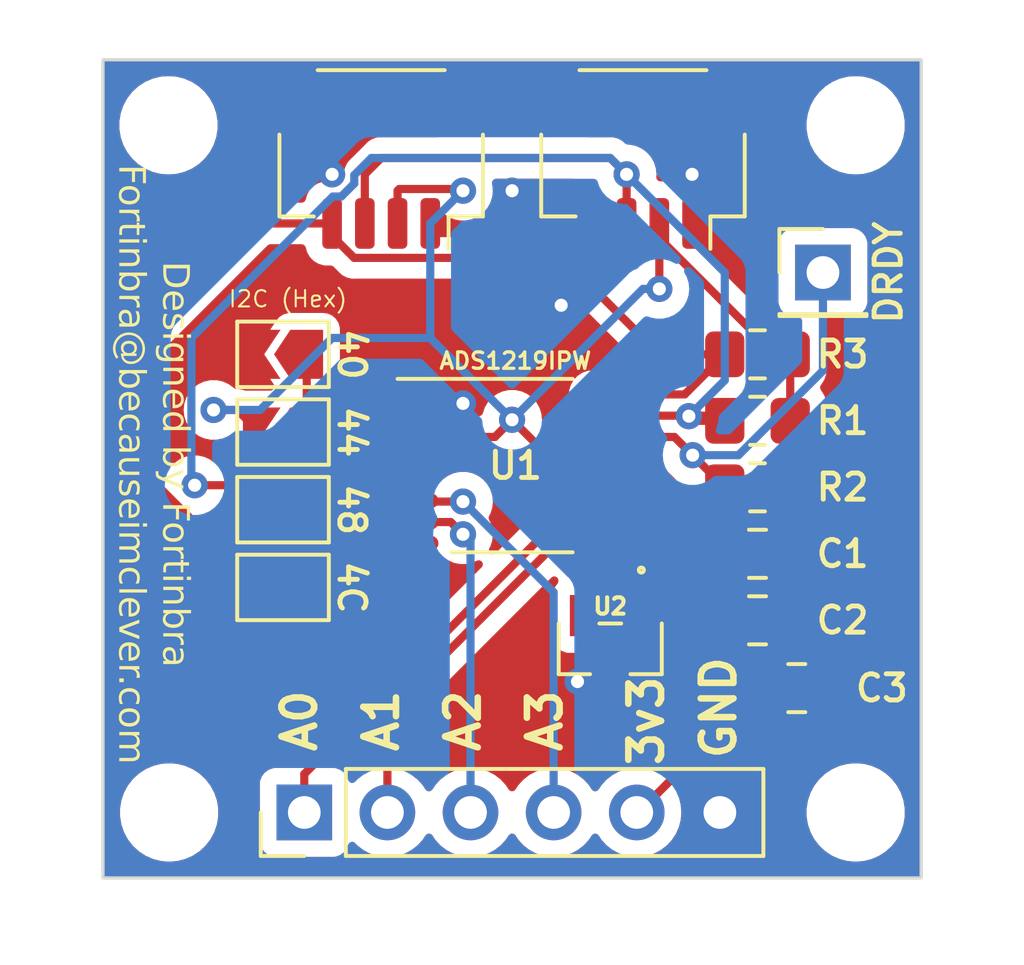
<source format=kicad_pcb>
(kicad_pcb (version 20221018) (generator pcbnew)
  (title_block (title "ADS1219 Breakout") (date "2022-07-17") (rev "4") (company "BecauseImClever.com"))
  (layers (0 "F.Cu" signal) (31 "B.Cu" signal) (34 "B.Paste" user) (35 "F.Paste" user) (36 "B.SilkS" user "B.Silkscreen") (37 "F.SilkS" user "F.Silkscreen") (38 "B.Mask" user) (39 "F.Mask" user) (44 "Edge.Cuts" user))
  (net 0 "")
  (net 1 "GND")
  (net 2 "+3.3V")
  (net 3 "/SDA")
  (net 4 "/SCL")
  (net 5 "/AIN0")
  (net 6 "/AIN1")
  (net 7 "/AIN2")
  (net 8 "/AIN3")
  (net 9 "Net-(J4-Pin_1)")
  (net 10 "Net-(U1-REFP)")
  (net 11 "/A1")
  (footprint "NCP51460SN33T1G:NCP51460SN33T1G" (layer "F.Cu") (at 173.5 92 180)
    (fp_text reference "U2" (at 0 1.3) (layer "F.SilkS") (effects (font (size 0.5 0.5) (thickness 0.125) bold)))
    (fp_text value "NCP51460SN33T1G" hide)
    (fp_line (start -1.5748 -0.7747) (end -1.5748 0.7747) (stroke (width 0.12)) (layer "F.SilkS"))
    (fp_line (start -0.61674 -0.7747) (end -1.5748 -0.7747) (stroke (width 0.12)) (layer "F.SilkS"))
    (fp_line (start -0.33322 0.7747) (end 0.33322 0.7747) (stroke (width 0.12)) (layer "F.SilkS"))
    (fp_line (start 1.5748 -0.7747) (end 0.61674 -0.7747) (stroke (width 0.12)) (layer "F.SilkS"))
    (fp_line (start 1.5748 0.7747) (end 1.5748 -0.7747) (stroke (width 0.12)) (layer "F.SilkS"))
    (fp_circle (center -0.94996 2.407399) (end -0.87376 2.407399) (stroke (width 0.12)) (fill none) (layer "F.SilkS"))
    (pad "1" smd rect (at -0.94996 1.016 180) (size 0.568 1.258799) (layers "F.Cu" "F.Paste" "F.Mask") (net 2 "+3.3V"))
    (pad "2" smd rect (at 0.94996 1.016 180) (size 0.568 1.258799) (layers "F.Cu" "F.Paste" "F.Mask") (net 10 "Net-(U1-REFP)"))
    (pad "3" smd rect (at 0 -1.016 180) (size 0.568 1.258799) (layers "F.Cu" "F.Paste" "F.Mask") (net 1 "GND"))
  )
  (footprint "Connector_PinHeader_2.54mm:PinHeader_1x01_P2.54mm_Vertical" (layer "F.Cu") (at 180 80.5)
    (fp_text reference "J4" hide)
    (fp_text value "DRDY" (at 2 0 90) (layer "F.SilkS") (effects (font (size 0.8 0.8))))
    (fp_line (start -1.33 -1.33) (end 0 -1.33) (stroke (width 0.12)) (layer "F.SilkS"))
    (fp_line (start -1.33 0) (end -1.33 -1.33) (stroke (width 0.12)) (layer "F.SilkS"))
    (fp_line (start -1.33 1.27) (end -1.33 1.33) (stroke (width 0.12)) (layer "F.SilkS"))
    (fp_line (start -1.33 1.27) (end 1.33 1.27) (stroke (width 0.12)) (layer "F.SilkS"))
    (fp_line (start -1.33 1.33) (end 1.33 1.33) (stroke (width 0.12)) (layer "F.SilkS"))
    (fp_line (start 1.33 1.27) (end 1.33 1.33) (stroke (width 0.12)) (layer "F.SilkS"))
    (pad "1" thru_hole rect (at 0 0) (size 1.7 1.7) (drill 1) (layers "*.Cu" "*.Mask") (net 9 "Net-(J4-Pin_1)"))
  )
  (footprint "ADS1219:ADS1219IPW" (layer "F.Cu") (at 170.5 86.5)
    (fp_text reference "U1" (at 0.1 -0.1) (layer "F.SilkS") (effects (font (size 0.8 0.8) (thickness 0.15) bold)))
    (fp_text value "ADS1219IPW" (at 0.1 -3.3) (layer "F.SilkS") (effects (font (size 0.5 0.5) (thickness 0.1) bold)))
    (fp_line (start -3.500001 -2.75) (end 1.849999 -2.75) (stroke (width 0.12)) (layer "F.SilkS"))
    (fp_line (start -1.849999 2.549997) (end 1.849999 2.549997) (stroke (width 0.12)) (layer "F.SilkS"))
    (pad "1" smd oval (at -2.949999 -2.274999 90) (size 0.449999 1.4) (layers "F.Cu" "F.Paste" "F.Mask") (net 1 "GND"))
    (pad "2" smd oval (at -2.949999 -1.624998 90) (size 0.449999 1.4) (layers "F.Cu" "F.Paste" "F.Mask") (net 11 "/A1"))
    (pad "3" smd oval (at -2.949999 -0.974999 90) (size 0.449999 1.4) (layers "F.Cu" "F.Paste" "F.Mask") (net 2 "+3.3V"))
    (pad "4" smd oval (at -2.949999 -0.324998 90) (size 0.449999 1.4) (layers "F.Cu" "F.Paste" "F.Mask") (net 1 "GND"))
    (pad "5" smd oval (at -2.949999 0.325001 90) (size 0.449999 1.4) (layers "F.Cu" "F.Paste" "F.Mask") (net 1 "GND"))
    (pad "6" smd oval (at -2.949999 0.975002 90) (size 0.449999 1.4) (layers "F.Cu" "F.Paste" "F.Mask") (net 8 "/AIN3"))
    (pad "7" smd oval (at -2.949999 1.625001 90) (size 0.449999 1.4) (layers "F.Cu" "F.Paste" "F.Mask") (net 7 "/AIN2"))
    (pad "8" smd oval (at -2.949999 2.275002 90) (size 0.449999 1.4) (layers "F.Cu" "F.Paste" "F.Mask") (net 1 "GND"))
    (pad "9" smd oval (at 2.950002 2.275002 90) (size 0.449999 1.4) (layers "F.Cu" "F.Paste" "F.Mask") (net 10 "Net-(U1-REFP)"))
    (pad "10" smd oval (at 2.950002 1.625001 90) (size 0.449999 1.4) (layers "F.Cu" "F.Paste" "F.Mask") (net 6 "/AIN1"))
    (pad "11" smd oval (at 2.950002 0.975002 90) (size 0.449999 1.4) (layers "F.Cu" "F.Paste" "F.Mask") (net 5 "/AIN0"))
    (pad "12" smd oval (at 2.950002 0.325001 90) (size 0.449999 1.4) (layers "F.Cu" "F.Paste" "F.Mask") (net 2 "+3.3V"))
    (pad "13" smd oval (at 2.950002 -0.324998 90) (size 0.449999 1.4) (layers "F.Cu" "F.Paste" "F.Mask") (net 2 "+3.3V"))
    (pad "14" smd oval (at 2.950002 -0.974999 90) (size 0.449999 1.4) (layers "F.Cu" "F.Paste" "F.Mask") (net 9 "Net-(J4-Pin_1)"))
    (pad "15" smd oval (at 2.950002 -1.624998 90) (size 0.449999 1.4) (layers "F.Cu" "F.Paste" "F.Mask") (net 3 "/SDA"))
    (pad "16" smd oval (at 2.950002 -2.274999 90) (size 0.449999 1.4) (layers "F.Cu" "F.Paste" "F.Mask") (net 4 "/SCL"))
  )
  (footprint "Connector_JST:JST_SH_SM04B-SRSS-TB_1x04-1MP_P1.00mm_Horizontal" (layer "F.Cu") (at 166.5 77 180)
    (fp_text reference "J1" hide)
    (fp_text value "qwiic")
    (fp_line (start -3.11 -1.785) (end -2.06 -1.785) (stroke (width 0.12)) (layer "F.SilkS"))
    (fp_line (start -3.11 0.715) (end -3.11 -1.785) (stroke (width 0.12)) (layer "F.SilkS"))
    (fp_line (start -2.06 -1.785) (end -2.06 -2.775) (stroke (width 0.12)) (layer "F.SilkS"))
    (fp_line (start -1.94 2.685) (end 1.94 2.685) (stroke (width 0.12)) (layer "F.SilkS"))
    (fp_line (start 3.11 -1.785) (end 2.06 -1.785) (stroke (width 0.12)) (layer "F.SilkS"))
    (fp_line (start 3.11 0.715) (end 3.11 -1.785) (stroke (width 0.12)) (layer "F.SilkS"))
    (pad "1" smd roundrect (at -1.5 -2 180) (size 0.6 1.55) (layers "F.Cu" "F.Paste" "F.Mask") (net 1 "GND"))
    (pad "2" smd roundrect (at -0.5 -2 180) (size 0.6 1.55) (layers "F.Cu" "F.Paste" "F.Mask") (net 2 "+3.3V"))
    (pad "3" smd roundrect (at 0.5 -2 180) (size 0.6 1.55) (layers "F.Cu" "F.Paste" "F.Mask") (net 3 "/SDA"))
    (pad "4" smd roundrect (at 1.5 -2 180) (size 0.6 1.55) (layers "F.Cu" "F.Paste" "F.Mask") (net 4 "/SCL"))
    (pad "MP" smd roundrect (at -2.8 1.875 180) (size 1.2 1.8) (layers "F.Cu" "F.Paste" "F.Mask") (roundrect_rratio 0.2083333333))
    (pad "MP" smd roundrect (at 2.8 1.875 180) (size 1.2 1.8) (layers "F.Cu" "F.Paste" "F.Mask") (roundrect_rratio 0.2083333333))
  )
  (footprint "MountingHole:MountingHole_2.5mm" (layer "F.Cu") (at 181 76)
    (fp_text reference "H2" hide)
    (fp_text value "MountingHole")
    (pad "" np_thru_hole circle (at 0 0) (size 2.5 2.5) (drill 2.5) (layers "*.Cu" "*.Mask"))
  )
  (footprint "Jumper:SolderJumper-2_P1.3mm_Open_TrianglePad1.0x1.5mm" (layer "F.Cu") (at 163.5 87.74857 180)
    (fp_text reference "JP3" hide)
    (fp_text value "SolderJumper_2_Open")
    (fp_text user "48" (at -2.1 0 270 unlocked) (layer "F.SilkS") (effects (font (size 0.8 0.8) (thickness 0.15) bold)))
    (fp_line (start -1.4 -1) (end 1.4 -1) (stroke (width 0.12)) (layer "F.SilkS"))
    (fp_line (start -1.4 1) (end -1.4 -1) (stroke (width 0.12)) (layer "F.SilkS"))
    (fp_line (start 1.4 -1) (end 1.4 1) (stroke (width 0.12)) (layer "F.SilkS"))
    (fp_line (start 1.4 1) (end -1.4 1) (stroke (width 0.12)) (layer "F.SilkS"))
    (pad "1" smd custom (at -0.725 0 180) (size 0.3 0.3) (layers "F.Cu" "F.Mask") (net 11 "/A1") (options (clearance outline) (anchor rect)) (primitives (gr_poly (pts (xy 1 0) (xy 0.5 0.75) (xy -0.5 0.75) (xy -0.5 -0.75) (xy 0.5 -0.75)) (width 0) (fill yes))))
    (pad "2" smd custom (at 0.725 0 180) (size 0.3 0.3) (layers "F.Cu" "F.Mask") (net 3 "/SDA") (options (clearance outline) (anchor rect)) (primitives (gr_poly (pts (xy 0.5 0.75) (xy -0.65 0.75) (xy -0.15 0) (xy -0.65 -0.75) (xy 0.5 -0.75)) (width 0) (fill yes))))
  )
  (footprint "Connector_JST:JST_SH_SM04B-SRSS-TB_1x04-1MP_P1.00mm_Horizontal" (layer "F.Cu") (at 174.5 77 180)
    (fp_text reference "J3" hide)
    (fp_text value "qwiic")
    (fp_line (start -3.11 -1.785) (end -2.06 -1.785) (stroke (width 0.12)) (layer "F.SilkS"))
    (fp_line (start -3.11 0.715) (end -3.11 -1.785) (stroke (width 0.12)) (layer "F.SilkS"))
    (fp_line (start -2.06 -1.785) (end -2.06 -2.775) (stroke (width 0.12)) (layer "F.SilkS"))
    (fp_line (start -1.94 2.685) (end 1.94 2.685) (stroke (width 0.12)) (layer "F.SilkS"))
    (fp_line (start 3.11 -1.785) (end 2.06 -1.785) (stroke (width 0.12)) (layer "F.SilkS"))
    (fp_line (start 3.11 0.715) (end 3.11 -1.785) (stroke (width 0.12)) (layer "F.SilkS"))
    (pad "1" smd roundrect (at -1.5 -2 180) (size 0.6 1.55) (layers "F.Cu" "F.Paste" "F.Mask") (net 1 "GND"))
    (pad "2" smd roundrect (at -0.5 -2 180) (size 0.6 1.55) (layers "F.Cu" "F.Paste" "F.Mask") (net 2 "+3.3V"))
    (pad "3" smd roundrect (at 0.5 -2 180) (size 0.6 1.55) (layers "F.Cu" "F.Paste" "F.Mask") (net 3 "/SDA"))
    (pad "4" smd roundrect (at 1.5 -2 180) (size 0.6 1.55) (layers "F.Cu" "F.Paste" "F.Mask") (net 4 "/SCL"))
    (pad "MP" smd roundrect (at -2.8 1.875 180) (size 1.2 1.8) (layers "F.Cu" "F.Paste" "F.Mask") (roundrect_rratio 0.2083333333))
    (pad "MP" smd roundrect (at 2.8 1.875 180) (size 1.2 1.8) (layers "F.Cu" "F.Paste" "F.Mask") (roundrect_rratio 0.2083333333))
  )
  (footprint "MountingHole:MountingHole_2.5mm" (layer "F.Cu") (at 160 76)
    (fp_text reference "H1" hide)
    (fp_text value "MountingHole")
    (pad "" np_thru_hole circle (at 0 0) (size 2.5 2.5) (drill 2.5) (layers "*.Cu" "*.Mask"))
  )
  (footprint "MountingHole:MountingHole_2.5mm" (layer "F.Cu") (at 181 97)
    (fp_text reference "H4" hide)
    (fp_text value "MountingHole")
    (pad "" np_thru_hole circle (at 0 0) (size 2.5 2.5) (drill 2.5) (layers "*.Cu" "*.Mask"))
  )
  (footprint "Resistor_SMD:R_0805_2012Metric_Pad1.20x1.40mm_HandSolder" (layer "F.Cu") (at 178 83 180)
    (fp_text reference "R3" (at -2.6 0) (layer "F.SilkS") (effects (font (size 0.8 0.8) (thickness 0.15) bold)))
    (fp_text value "4.7k")
    (fp_line (start -0.227064 -0.735) (end 0.227064 -0.735) (stroke (width 0.12)) (layer "F.SilkS"))
    (fp_line (start -0.227064 0.735) (end 0.227064 0.735) (stroke (width 0.12)) (layer "F.SilkS"))
    (pad "1" smd roundrect (at -1 0 180) (size 1.2 1.4) (layers "F.Cu" "F.Paste" "F.Mask") (roundrect_rratio 0.2083333333) (net 2 "+3.3V"))
    (pad "2" smd roundrect (at 1 0 180) (size 1.2 1.4) (layers "F.Cu" "F.Paste" "F.Mask") (roundrect_rratio 0.2083333333) (net 4 "/SCL"))
  )
  (footprint "Jumper:SolderJumper-2_P1.3mm_Open_TrianglePad1.0x1.5mm" (layer "F.Cu") (at 163.5 83 180)
    (fp_text reference "JP1" hide)
    (fp_text value "SolderJumper_2_Open")
    (fp_text user "40" (at -2.1 0 270 unlocked) (layer "F.SilkS") (effects (font (size 0.8 0.8) (thickness 0.15) bold)))
    (fp_line (start -1.4 -1) (end 1.4 -1) (stroke (width 0.12)) (layer "F.SilkS"))
    (fp_line (start -1.4 1) (end -1.4 -1) (stroke (width 0.12)) (layer "F.SilkS"))
    (fp_line (start 1.4 -1) (end 1.4 1) (stroke (width 0.12)) (layer "F.SilkS"))
    (fp_line (start 1.4 1) (end -1.4 1) (stroke (width 0.12)) (layer "F.SilkS"))
    (pad "1" smd custom (at -0.725 0 180) (size 0.3 0.3) (layers "F.Cu" "F.Mask") (net 11 "/A1") (options (clearance outline) (anchor rect)) (primitives (gr_poly (pts (xy 1 0) (xy 0.5 0.75) (xy -0.5 0.75) (xy -0.5 -0.75) (xy 0.5 -0.75)) (width 0) (fill yes))))
    (pad "2" smd custom (at 0.725 0 180) (size 0.3 0.3) (layers "F.Cu" "F.Mask") (net 1 "GND") (options (clearance outline) (anchor rect)) (primitives (gr_poly (pts (xy 0.5 0.75) (xy -0.65 0.75) (xy -0.15 0) (xy -0.65 -0.75) (xy 0.5 -0.75)) (width 0) (fill yes))))
  )
  (footprint "Capacitor_SMD:C_0805_2012Metric_Pad1.18x1.45mm_HandSolder" (layer "F.Cu") (at 178 89.096 180)
    (fp_text reference "C1" (at -2.6 0) (layer "F.SilkS") (effects (font (size 0.8 0.8))))
    (fp_text value "0.1μf")
    (fp_line (start -0.261252 -0.735) (end 0.261252 -0.735) (stroke (width 0.12)) (layer "F.SilkS"))
    (fp_line (start -0.261252 0.735) (end 0.261252 0.735) (stroke (width 0.12)) (layer "F.SilkS"))
    (pad "1" smd roundrect (at -1.0375 0 180) (size 1.175 1.45) (layers "F.Cu" "F.Paste" "F.Mask") (roundrect_rratio 0.2127659574) (net 1 "GND"))
    (pad "2" smd roundrect (at 1.0375 0 180) (size 1.175 1.45) (layers "F.Cu" "F.Paste" "F.Mask") (roundrect_rratio 0.2127659574) (net 2 "+3.3V"))
  )
  (footprint "Resistor_SMD:R_0805_2012Metric_Pad1.20x1.40mm_HandSolder" (layer "F.Cu") (at 178 87.064 180)
    (fp_text reference "R2" (at -2.6 0) (layer "F.SilkS") (effects (font (size 0.8 0.8))))
    (fp_text value "4.7k")
    (fp_line (start -0.227064 -0.735) (end 0.227064 -0.735) (stroke (width 0.12)) (layer "F.SilkS"))
    (fp_line (start -0.227064 0.735) (end 0.227064 0.735) (stroke (width 0.12)) (layer "F.SilkS"))
    (pad "1" smd roundrect (at -1 0 180) (size 1.2 1.4) (layers "F.Cu" "F.Paste" "F.Mask") (roundrect_rratio 0.2083333333) (net 2 "+3.3V"))
    (pad "2" smd roundrect (at 1 0 180) (size 1.2 1.4) (layers "F.Cu" "F.Paste" "F.Mask") (roundrect_rratio 0.2083333333) (net 9 "Net-(J4-Pin_1)"))
  )
  (footprint "MountingHole:MountingHole_2.5mm" (layer "F.Cu") (at 160.02 97)
    (fp_text reference "H3" hide)
    (fp_text value "MountingHole")
    (pad "" np_thru_hole circle (at 0 0) (size 2.5 2.5) (drill 2.5) (layers "*.Cu" "*.Mask"))
  )
  (footprint "Resistor_SMD:R_0805_2012Metric_Pad1.20x1.40mm_HandSolder" (layer "F.Cu") (at 178 85.032 180)
    (fp_text reference "R1" (at -2.6 0) (layer "F.SilkS") (effects (font (size 0.8 0.8))))
    (fp_text value "4.7k")
    (fp_line (start -0.227064 -0.735) (end 0.227064 -0.735) (stroke (width 0.12)) (layer "F.SilkS"))
    (fp_line (start -0.227064 0.735) (end 0.227064 0.735) (stroke (width 0.12)) (layer "F.SilkS"))
    (pad "1" smd roundrect (at -1 0 180) (size 1.2 1.4) (layers "F.Cu" "F.Paste" "F.Mask") (roundrect_rratio 0.2083333333) (net 2 "+3.3V"))
    (pad "2" smd roundrect (at 1 0 180) (size 1.2 1.4) (layers "F.Cu" "F.Paste" "F.Mask") (roundrect_rratio 0.2083333333) (net 3 "/SDA"))
  )
  (footprint "Capacitor_SMD:C_0805_2012Metric_Pad1.18x1.45mm_HandSolder" (layer "F.Cu") (at 179.2 93.2)
    (fp_text reference "C3" (at 2.6 0) (layer "F.SilkS") (effects (font (size 0.8 0.8) (thickness 0.15) bold)))
    (fp_text value "0.1μF")
    (fp_line (start -0.261252 -0.735) (end 0.261252 -0.735) (stroke (width 0.12)) (layer "F.SilkS"))
    (fp_line (start -0.261252 0.735) (end 0.261252 0.735) (stroke (width 0.12)) (layer "F.SilkS"))
    (pad "1" smd roundrect (at -1.0375 0) (size 1.175 1.45) (layers "F.Cu" "F.Paste" "F.Mask") (roundrect_rratio 0.212766) (net 2 "+3.3V"))
    (pad "2" smd roundrect (at 1.0375 0) (size 1.175 1.45) (layers "F.Cu" "F.Paste" "F.Mask") (roundrect_rratio 0.212766) (net 1 "GND"))
  )
  (footprint "Connector_PinHeader_2.54mm:PinHeader_1x06_P2.54mm_Vertical" (layer "F.Cu") (at 164.15 97 90)
    (fp_text reference "J2" hide)
    (fp_text value "Conn_01x06")
    (fp_line (start -1.33 -1.33) (end 0 -1.33) (stroke (width 0.12)) (layer "F.SilkS"))
    (fp_line (start -1.33 0) (end -1.33 -1.33) (stroke (width 0.12)) (layer "F.SilkS"))
    (fp_line (start -1.33 1.27) (end -1.33 14.03) (stroke (width 0.12)) (layer "F.SilkS"))
    (fp_line (start -1.33 1.27) (end 1.33 1.27) (stroke (width 0.12)) (layer "F.SilkS"))
    (fp_line (start -1.33 14.03) (end 1.33 14.03) (stroke (width 0.12)) (layer "F.SilkS"))
    (fp_line (start 1.33 1.27) (end 1.33 14.03) (stroke (width 0.12)) (layer "F.SilkS"))
    (pad "1" thru_hole rect (at 0 0 90) (size 1.7 1.7) (drill 1) (layers "*.Cu" "*.Mask") (net 5 "/AIN0"))
    (pad "2" thru_hole oval (at 0 2.54 90) (size 1.7 1.7) (drill 1) (layers "*.Cu" "*.Mask") (net 6 "/AIN1"))
    (pad "3" thru_hole oval (at 0 5.08 90) (size 1.7 1.7) (drill 1) (layers "*.Cu" "*.Mask") (net 7 "/AIN2"))
    (pad "4" thru_hole oval (at 0 7.62 90) (size 1.7 1.7) (drill 1) (layers "*.Cu" "*.Mask") (net 8 "/AIN3"))
    (pad "5" thru_hole oval (at 0 10.16 90) (size 1.7 1.7) (drill 1) (layers "*.Cu" "*.Mask") (net 2 "+3.3V"))
    (pad "6" thru_hole oval (at 0 12.7 90) (size 1.7 1.7) (drill 1) (layers "*.Cu" "*.Mask") (net 1 "GND"))
  )
  (footprint "Jumper:SolderJumper-2_P1.3mm_Open_TrianglePad1.0x1.5mm" (layer "F.Cu") (at 163.5 90.122855 180)
    (fp_text reference "JP4" hide)
    (fp_text value "SolderJumper_2_Open")
    (fp_text user "4C" (at -2.1 0 270 unlocked) (layer "F.SilkS") (effects (font (size 0.8 0.8) (thickness 0.15) bold)))
    (fp_line (start -1.4 -1) (end 1.4 -1) (stroke (width 0.12)) (layer "F.SilkS"))
    (fp_line (start -1.4 1) (end -1.4 -1) (stroke (width 0.12)) (layer "F.SilkS"))
    (fp_line (start 1.4 -1) (end 1.4 1) (stroke (width 0.12)) (layer "F.SilkS"))
    (fp_line (start 1.4 1) (end -1.4 1) (stroke (width 0.12)) (layer "F.SilkS"))
    (pad "1" smd custom (at -0.725 0 180) (size 0.3 0.3) (layers "F.Cu" "F.Mask") (net 11 "/A1") (options (clearance outline) (anchor rect)) (primitives (gr_poly (pts (xy 1 0) (xy 0.5 0.75) (xy -0.5 0.75) (xy -0.5 -0.75) (xy 0.5 -0.75)) (width 0) (fill yes))))
    (pad "2" smd custom (at 0.725 0 180) (size 0.3 0.3) (layers "F.Cu" "F.Mask") (net 4 "/SCL") (options (clearance outline) (anchor rect)) (primitives (gr_poly (pts (xy 0.5 0.75) (xy -0.65 0.75) (xy -0.15 0) (xy -0.65 -0.75) (xy 0.5 -0.75)) (width 0) (fill yes))))
  )
  (footprint "Jumper:SolderJumper-2_P1.3mm_Open_TrianglePad1.0x1.5mm" (layer "F.Cu") (at 163.5 85.374285 180)
    (fp_text reference "JP2" hide)
    (fp_text value "SolderJumper_2_Open")
    (fp_text user "44" (at -2.1 0 270 unlocked) (layer "F.SilkS") (effects (font (size 0.8 0.8) (thickness 0.15) bold)))
    (fp_line (start -1.4 -1) (end 1.4 -1) (stroke (width 0.12)) (layer "F.SilkS"))
    (fp_line (start -1.4 1) (end -1.4 -1) (stroke (width 0.12)) (layer "F.SilkS"))
    (fp_line (start 1.4 -1) (end 1.4 1) (stroke (width 0.12)) (layer "F.SilkS"))
    (fp_line (start 1.4 1) (end -1.4 1) (stroke (width 0.12)) (layer "F.SilkS"))
    (pad "1" smd custom (at -0.725 0 180) (size 0.3 0.3) (layers "F.Cu" "F.Mask") (net 11 "/A1") (options (clearance outline) (anchor rect)) (primitives (gr_poly (pts (xy 1 0) (xy 0.5 0.75) (xy -0.5 0.75) (xy -0.5 -0.75) (xy 0.5 -0.75)) (width 0) (fill yes))))
    (pad "2" smd custom (at 0.725 0 180) (size 0.3 0.3) (layers "F.Cu" "F.Mask") (net 2 "+3.3V") (options (clearance outline) (anchor rect)) (primitives (gr_poly (pts (xy 0.5 0.75) (xy -0.65 0.75) (xy -0.15 0) (xy -0.65 -0.75) (xy 0.5 -0.75)) (width 0) (fill yes))))
  )
  (footprint "Capacitor_SMD:C_0805_2012Metric_Pad1.18x1.45mm_HandSolder" (layer "F.Cu") (at 178 91.128)
    (fp_text reference "C2" (at 2.6 0) (layer "F.SilkS") (effects (font (size 0.8 0.8))))
    (fp_text value "0.1μF")
    (fp_line (start -0.261252 -0.735) (end 0.261252 -0.735) (stroke (width 0.12)) (layer "F.SilkS"))
    (fp_line (start -0.261252 0.735) (end 0.261252 0.735) (stroke (width 0.12)) (layer "F.SilkS"))
    (pad "1" smd roundrect (at -1.0375 0) (size 1.175 1.45) (layers "F.Cu" "F.Paste" "F.Mask") (roundrect_rratio 0.2127659574) (net 2 "+3.3V"))
    (pad "2" smd roundrect (at 1.0375 0) (size 1.175 1.45) (layers "F.Cu" "F.Paste" "F.Mask") (roundrect_rratio 0.2127659574) (net 1 "GND"))
  )
  (gr_rect (start 158 74) (end 183 99) (stroke (width 0.1)) (fill none) (layer "Edge.Cuts"))
  (gr_text "I2C (Hex)" (at 161.8 81.6) (layer "F.SilkS") (effects (font (size 0.5 0.5) (thickness 0.0625)) (justify left bottom)))
  (gr_text "Designed by Fortinbra\nFortinbra@becauseimclever.com" (at 159.5 86.36 270) (layer "F.SilkS") (effects (font (size 0.8 0.8) (thickness 0.08))))
  (gr_text "A1" (at 166.5 94.2 90) (layer "F.SilkS") (effects (font (size 1 1) (thickness 0.2) bold)))
  (gr_text "A0" (at 164 94.2 90) (layer "F.SilkS") (effects (font (size 1 1) (thickness 0.2) bold)))
  (gr_text "A2" (at 169 94.2 90) (layer "F.SilkS") (effects (font (size 1 1) (thickness 0.2) bold)))
  (gr_text "GND" (at 176.812 93.8 90) (layer "F.SilkS") (effects (font (size 1 1) (thickness 0.2) bold)))
  (gr_text "3v3" (at 174.6 94.2 90) (layer "F.SilkS") (effects (font (size 1 1) (thickness 0.2) bold)))
  (gr_text "A3" (at 171.5 94.2 90) (layer "F.SilkS") (effects (font (size 1 1) (thickness 0.2) bold)))
  (via (at 169 84.5) (size 0.8) (drill 0.4) (layers "F.Cu" "B.Cu") (net 1))
  (via (at 170.5 78) (size 0.8) (drill 0.4) (layers "F.Cu" "B.Cu") (net 1))
  (via (at 172 81.5) (size 0.8) (drill 0.4) (layers "F.Cu" "B.Cu") (net 1))
  (via (at 172.5 93) (size 0.8) (drill 0.4) (layers "F.Cu" "B.Cu") (net 1))
  (via (at 176 77.5) (size 0.8) (drill 0.4) (layers "F.Cu" "B.Cu") (net 1))
  (via (at 165 77.5) (size 0.8) (drill 0.4) (layers "F.Cu" "B.Cu") (net 1))
  (segment (start 174.675002 86.175002) (end 176.1226 87.6226) (width 0.25) (layer "F.Cu") (net 2))
  (segment (start 169 78) (end 168.9476 77.9476) (width 0.25) (layer "F.Cu") (net 2))
  (segment (start 179 87.064) (end 179 83) (width 0.25) (layer "F.Cu") (net 2))
  (segment (start 175.016 90.984) (end 175.5 90.5) (width 0.25) (layer "F.Cu") (net 2))
  (segment (start 175.5 90.5) (end 176.3345 90.5) (width 0.25) (layer "F.Cu") (net 2))
  (segment (start 175.5 88.3395) (end 175.5 90.5) (width 0.25) (layer "F.Cu") (net 2))
  (segment (start 178.545856 83) (end 175 79.454144) (width 0.25) (layer "F.Cu") (net 2))
  (segment (start 176.968 89.096) (end 179 87.064) (width 0.25) (layer "F.Cu") (net 2))
  (segment (start 173.450002 86.175002) (end 174.675002 86.175002) (width 0.25) (layer "F.Cu") (net 2))
  (segment (start 174.3625 97) (end 174.31 97) (width 0.25) (layer "F.Cu") (net 2))
  (segment (start 167.0524 77.9476) (end 167 78) (width 0.25) (layer "F.Cu") (net 2))
  (segment (start 161.3769 84.7) (end 162.100715 84.7) (width 0.25) (layer "F.Cu") (net 2))
  (segment (start 176.9625 92) (end 178.1625 93.2) (width 0.25) (layer "F.Cu") (net 2))
  (segment (start 175 79.454144) (end 175 79) (width 0.25) (layer "F.Cu") (net 2))
  (segment (start 168.9476 77.9476) (end 167.0524 77.9476) (width 0.25) (layer "F.Cu") (net 2))
  (segment (start 175 81) (end 175 79) (width 0.25) (layer "F.Cu") (net 2))
  (segment (start 176.9625 91.128) (end 176.9625 92) (width 0.25) (layer "F.Cu") (net 2))
  (segment (start 179 83) (end 178.545856 83) (width 0.25) (layer "F.Cu") (net 2))
  (segment (start 178.1625 93.2) (end 174.3625 97) (width 0.25) (layer "F.Cu") (net 2))
  (segment (start 173.450002 86.825001) (end 173.985501 86.825001) (width 0.25) (layer "F.Cu") (net 2))
  (segment (start 176.1226 88.2561) (end 176.9625 89.096) (width 0.25) (layer "F.Cu") (net 2))
  (segment (start 176.1226 87.6226) (end 176.1226 88.2561) (width 0.25) (layer "F.Cu") (net 2))
  (segment (start 170.5 85) (end 171.675002 86.175002) (width 0.25) (layer "F.Cu") (net 2))
  (segment (start 162.100715 84.7) (end 162.775 85.374285) (width 0.25) (layer "F.Cu") (net 2))
  (segment (start 171.675002 86.175002) (end 173.450002 86.175002) (width 0.25) (layer "F.Cu") (net 2))
  (segment (start 176.9625 91.128) (end 176.9625 89.096) (width 0.25) (layer "F.Cu") (net 2))
  (segment (start 176.9625 89.096) (end 176.968 89.096) (width 0.25) (layer "F.Cu") (net 2))
  (segment (start 174.44996 90.984) (end 175.016 90.984) (width 0.25) (layer "F.Cu") (net 2))
  (segment (start 176.3345 90.5) (end 176.9625 91.128) (width 0.25) (layer "F.Cu") (net 2))
  (segment (start 170.5 85) (end 169.974999 85.525001) (width 0.25) (layer "F.Cu") (net 2))
  (segment (start 173.985501 86.825001) (end 175.5 88.3395) (width 0.25) (layer "F.Cu") (net 2))
  (segment (start 167 78) (end 167 79) (width 0.25) (layer "F.Cu") (net 2))
  (segment (start 169.974999 85.525001) (end 167.550001 85.525001) (width 0.25) (layer "F.Cu") (net 2))
  (via (at 175 81) (size 0.8) (drill 0.4) (layers "F.Cu" "B.Cu") (net 2))
  (via (at 170.5 85) (size 0.8) (drill 0.4) (layers "F.Cu" "B.Cu") (net 2))
  (via (at 161.3769 84.7) (size 0.8) (drill 0.4) (layers "F.Cu" "B.Cu") (net 2))
  (via (at 169 78) (size 0.8) (drill 0.4) (layers "F.Cu" "B.Cu") (net 2))
  (segment (start 168 79) (end 169 78) (width 0.25) (layer "B.Cu") (net 2))
  (segment (start 162.8 84.7) (end 165 82.5) (width 0.25) (layer "B.Cu") (net 2))
  (segment (start 174.5 81) (end 175 81) (width 0.25) (layer "B.Cu") (net 2))
  (segment (start 165 82.5) (end 168 82.5) (width 0.25) (layer "B.Cu") (net 2))
  (segment (start 168 82.5) (end 168 79) (width 0.25) (layer "B.Cu") (net 2))
  (segment (start 168 82.5) (end 170.5 85) (width 0.25) (layer "B.Cu") (net 2))
  (segment (start 161.3769 84.7) (end 162.8 84.7) (width 0.25) (layer "B.Cu") (net 2))
  (segment (start 170.5 85) (end 174.5 81) (width 0.25) (layer "B.Cu") (net 2))
  (segment (start 173.450002 84.875002) (end 176.843002 84.875002) (width 0.25) (layer "F.Cu") (net 3))
  (segment (start 162.02643 87) (end 162.775 87.74857) (width 0.25) (layer "F.Cu") (net 3))
  (segment (start 176.843002 84.875002) (end 177 85.032) (width 0.25) (layer "F.Cu") (net 3))
  (segment (start 175.902831 84.889721) (end 176.04511 85.032) (width 0.25) (layer "F.Cu") (net 3))
  (segment (start 174 77.5) (end 174 79) (width 0.25) (layer "F.Cu") (net 3))
  (segment (start 173.5 77) (end 166.5 77) (width 0.25) (layer "F.Cu") (net 3))
  (segment (start 176.04511 85.032) (end 177 85.032) (width 0.25) (layer "F.Cu") (net 3))
  (segment (start 160.8 87) (end 162.02643 87) (width 0.25) (layer "F.Cu") (net 3))
  (segment (start 166.5 77) (end 166 77.5) (width 0.25) (layer "F.Cu") (net 3))
  (segment (start 166 77.5) (end 166 79) (width 0.25) (layer "F.Cu") (net 3))
  (segment (start 174 77.5) (end 173.5 77) (width 0.25) (layer "F.Cu") (net 3))
  (via (at 175.902831 84.889721) (size 0.8) (drill 0.4) (layers "F.Cu" "B.Cu") (net 3))
  (via (at 160.8 87) (size 0.8) (drill 0.4) (layers "F.Cu" "B.Cu") (net 3))
  (via (at 174 77.5) (size 0.8) (drill 0.4) (layers "F.Cu" "B.Cu") (net 3))
  (segment (start 165.6774 77.5226) (end 166.2 77) (width 0.25) (layer "B.Cu") (net 3))
  (segment (start 166.2 77) (end 173.5 77) (width 0.25) (layer "B.Cu") (net 3))
  (segment (start 160.7 82.5) (end 165.0226 78.1774) (width 0.25) (layer "B.Cu") (net 3))
  (segment (start 165.0226 78.1774) (end 165.280589 78.1774) (width 0.25) (layer "B.Cu") (net 3))
  (segment (start 165.6774 77.780589) (end 165.6774 77.5226) (width 0.25) (layer "B.Cu") (net 3))
  (segment (start 173.5 77) (end 174 77.5) (width 0.25) (layer "B.Cu") (net 3))
  (segment (start 160.7 86.9) (end 160.7 82.5) (width 0.25) (layer "B.Cu") (net 3))
  (segment (start 177 83.792552) (end 177 80.5) (width 0.25) (layer "B.Cu") (net 3))
  (segment (start 160.8 87) (end 160.7 86.9) (width 0.25) (layer "B.Cu") (net 3))
  (segment (start 165.280589 78.1774) (end 165.6774 77.780589) (width 0.25) (layer "B.Cu") (net 3))
  (segment (start 177 80.5) (end 174 77.5) (width 0.25) (layer "B.Cu") (net 3))
  (segment (start 175.902831 84.889721) (end 177 83.792552) (width 0.25) (layer "B.Cu") (net 3))
  (segment (start 177 83) (end 175.774999 84.225001) (width 0.25) (layer "F.Cu") (net 4))
  (segment (start 175.774999 84.225001) (end 173.450002 84.225001) (width 0.25) (layer "F.Cu") (net 4))
  (segment (start 175 83) (end 173 81) (width 0.25) (layer "F.Cu") (net 4))
  (segment (start 165 79.379435) (end 165 79) (width 0.25) (layer "F.Cu") (net 4))
  (segment (start 173 81) (end 173 79) (width 0.25) (layer "F.Cu") (net 4))
  (segment (start 177 83) (end 175.5 83) (width 0.25) (layer "F.Cu") (net 4))
  (segment (start 173 79) (end 171.9476 80.0524) (width 0.25) (layer "F.Cu") (net 4))
  (segment (start 175.5 83) (end 175 83) (width 0.25) (layer "F.Cu") (net 4))
  (segment (start 165.672965 80.0524) (end 165 79.379435) (width 0.25) (layer "F.Cu") (net 4))
  (segment (start 159.2 82.6) (end 159.2 86.547855) (width 0.25) (layer "F.Cu") (net 4))
  (segment (start 159.2 86.547855) (end 162.775 90.122855) (width 0.25) (layer "F.Cu") (net 4))
  (segment (start 162.8 79) (end 159.2 82.6) (width 0.25) (layer "F.Cu") (net 4))
  (segment (start 171.9476 80.0524) (end 165.672965 80.0524) (width 0.25) (layer "F.Cu") (net 4))
  (segment (start 165 79) (end 162.8 79) (width 0.25) (layer "F.Cu") (net 4))
  (segment (start 173.450002 87.475002) (end 172.500002 87.475002) (width 0.25) (layer "F.Cu") (net 5))
  (segment (start 164.15 95.825004) (end 164.15 97) (width 0.25) (layer "F.Cu") (net 5))
  (segment (start 172.500002 87.475002) (end 164.15 95.825004) (width 0.25) (layer "F.Cu") (net 5))
  (segment (start 173.450002 88.125001) (end 172.500002 88.125001) (width 0.25) (layer "F.Cu") (net 6))
  (segment (start 172.500002 88.125001) (end 166.69 93.935003) (width 0.25) (layer "F.Cu") (net 6))
  (segment (start 166.69 93.935003) (end 166.69 97) (width 0.25) (layer "F.Cu") (net 6))
  (segment (start 168.625001 88.125001) (end 167.550001 88.125001) (width 0.25) (layer "F.Cu") (net 7))
  (segment (start 169 88.5) (end 168.625001 88.125001) (width 0.25) (layer "F.Cu") (net 7))
  (via (at 169 88.5) (size 0.8) (drill 0.4) (layers "F.Cu" "B.Cu") (net 7))
  (segment (start 169.23 97) (end 169.23 88.73) (width 0.25) (layer "B.Cu") (net 7))
  (segment (start 169.23 88.73) (end 169 88.5) (width 0.25) (layer "B.Cu") (net 7))
  (segment (start 167.574999 87.5) (end 167.550001 87.475002) (width 0.25) (layer "F.Cu") (net 8))
  (segment (start 169 87.5) (end 167.574999 87.5) (width 0.25) (layer "F.Cu") (net 8))
  (via (at 169 87.5) (size 0.8) (drill 0.4) (layers "F.Cu" "B.Cu") (net 8))
  (segment (start 171.77 90.27) (end 169 87.5) (width 0.25) (layer "B.Cu") (net 8))
  (segment (start 171.77 97) (end 171.77 90.27) (width 0.25) (layer "B.Cu") (net 8))
  (segment (start 176.018 86.082) (end 177 87.064) (width 0.25) (layer "F.Cu") (net 9))
  (segment (start 175.461001 85.525001) (end 173.450002 85.525001) (width 0.25) (layer "F.Cu") (net 9))
  (segment (start 176.018 86.082) (end 175.461001 85.525001) (width 0.25) (layer "F.Cu") (net 9))
  (via (at 176.018 86.082) (size 0.8) (drill 0.4) (layers "F.Cu" "B.Cu") (net 9))
  (segment (start 180 83.5) (end 180 80.5) (width 0.25) (layer "B.Cu") (net 9))
  (segment (start 176.018 86.082) (end 177.418 86.082) (width 0.25) (layer "B.Cu") (net 9))
  (segment (start 177.418 86.082) (end 180 83.5) (width 0.25) (layer "B.Cu") (net 9))
  (segment (start 172.55004 89.674964) (end 173.450002 88.775002) (width 0.25) (layer "F.Cu") (net 10))
  (segment (start 172.55004 90.984) (end 172.55004 89.674964) (width 0.25) (layer "F.Cu") (net 10))
  (segment (start 164.724283 84.875002) (end 164.225 85.374285) (width 0.25) (layer "F.Cu") (net 11))
  (segment (start 167.550001 84.875002) (end 164.724283 84.875002) (width 0.25) (layer "F.Cu") (net 11))
  (segment (start 164.225 83) (end 164.225 90.122855) (width 0.25) (layer "F.Cu") (net 11))
  (zone (net 1) (net_name "GND") (layers "F&B.Cu") (connect_pads yes (clearance 0.508)) (min_thickness 0.254) (fill yes (thermal_gap 0.508) (thermal_bridge_width 0.508))
    (polygon (pts (xy 183 99) (xy 158 99) (xy 158 74) (xy 183 74)))
  )
)
</source>
